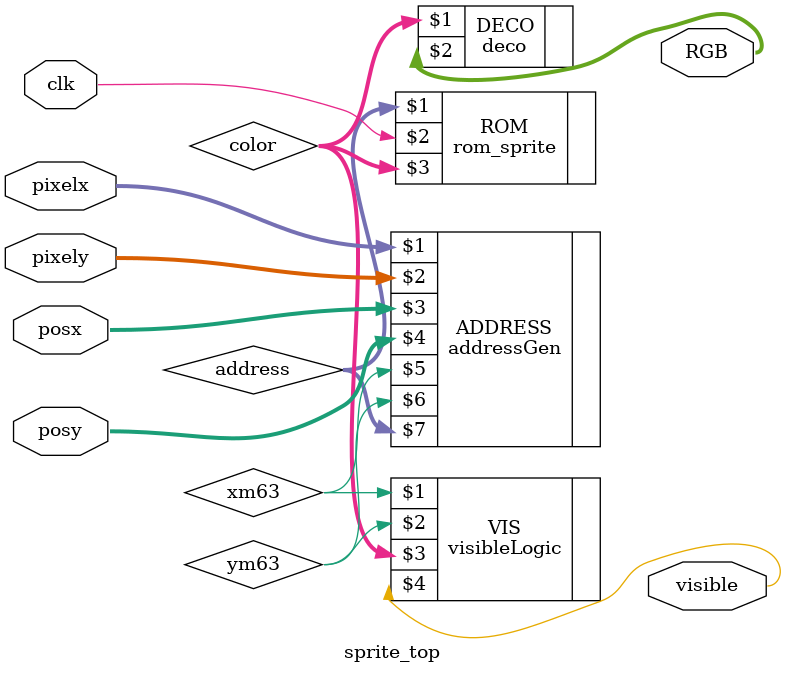
<source format=sv>
module sprite_top(input clk, 
						input [9:0] posx, posy, pixelx, pixely,
						output [23:0] RGB, 
						output visible);
//ROM
logic [11:0] address;
logic [2:0] color;
rom_sprite ROM(address, clk, color);
//DECO
deco DECO (color, RGB);
logic xm63, ym63;
//ADDRESS
addressGen  ADDRESS(pixelx, pixely,posx, 
							posy, xm63, ym63, address);
//Visible logic
visibleLogic VIS(xm63, ym63, color, visible);


					
endmodule 
</source>
